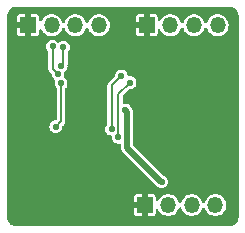
<source format=gbr>
%TF.GenerationSoftware,KiCad,Pcbnew,7.0.7*%
%TF.CreationDate,2023-08-27T10:12:23+07:00*%
%TF.ProjectId,TinyUSBHub,54696e79-5553-4424-9875-622e6b696361,rev?*%
%TF.SameCoordinates,Original*%
%TF.FileFunction,Copper,L2,Bot*%
%TF.FilePolarity,Positive*%
%FSLAX46Y46*%
G04 Gerber Fmt 4.6, Leading zero omitted, Abs format (unit mm)*
G04 Created by KiCad (PCBNEW 7.0.7) date 2023-08-27 10:12:23*
%MOMM*%
%LPD*%
G01*
G04 APERTURE LIST*
%TA.AperFunction,ComponentPad*%
%ADD10R,1.350000X1.350000*%
%TD*%
%TA.AperFunction,ComponentPad*%
%ADD11O,1.350000X1.350000*%
%TD*%
%TA.AperFunction,ViaPad*%
%ADD12C,0.560000*%
%TD*%
%TA.AperFunction,Conductor*%
%ADD13C,0.500000*%
%TD*%
%TA.AperFunction,Conductor*%
%ADD14C,0.200000*%
%TD*%
G04 APERTURE END LIST*
D10*
%TO.P,J3,1,Pin_1*%
%TO.N,GND*%
X107525000Y-91350000D03*
D11*
%TO.P,J3,2,Pin_2*%
%TO.N,/D2+*%
X109525000Y-91350000D03*
%TO.P,J3,3,Pin_3*%
%TO.N,/D2-*%
X111525000Y-91350000D03*
%TO.P,J3,4,Pin_4*%
%TO.N,+5V*%
X113525000Y-91350000D03*
%TD*%
D10*
%TO.P,J2,1,Pin_1*%
%TO.N,GND*%
X117575000Y-91350000D03*
D11*
%TO.P,J2,2,Pin_2*%
%TO.N,/D1+*%
X119575000Y-91350000D03*
%TO.P,J2,3,Pin_3*%
%TO.N,/D1-*%
X121575000Y-91350000D03*
%TO.P,J2,4,Pin_4*%
%TO.N,+5V*%
X123575000Y-91350000D03*
%TD*%
D10*
%TO.P,J1,1,Pin_1*%
%TO.N,GND*%
X117400000Y-106575000D03*
D11*
%TO.P,J1,2,Pin_2*%
%TO.N,/D0+*%
X119400000Y-106575000D03*
%TO.P,J1,3,Pin_3*%
%TO.N,/D0-*%
X121400000Y-106575000D03*
%TO.P,J1,4,Pin_4*%
%TO.N,+5V*%
X123400000Y-106575000D03*
%TD*%
D12*
%TO.N,+5V*%
X118840000Y-104610000D03*
X115759000Y-98510000D03*
%TO.N,/D0-*%
X116175000Y-96204500D03*
X115179500Y-100850000D03*
%TO.N,/D0+*%
X115425000Y-95625000D03*
X114600000Y-100150000D03*
%TO.N,/D2-*%
X110340804Y-94804500D03*
X110525000Y-93200000D03*
%TO.N,/D2+*%
X110063526Y-95511075D03*
X109600000Y-93150000D03*
%TO.N,GND*%
X122841554Y-94086402D03*
X117754876Y-102545124D03*
X114325000Y-107200000D03*
X108138831Y-106328299D03*
X110350000Y-102775000D03*
X107400000Y-103350000D03*
X107400000Y-93475000D03*
%TO.N,Net-(U1-RREF)*%
X110325000Y-96275000D03*
X109880000Y-99930000D03*
%TD*%
D13*
%TO.N,+5V*%
X115759000Y-98510000D02*
X115909500Y-98660500D01*
X115909500Y-98660500D02*
X115909500Y-101732124D01*
X115909500Y-101732124D02*
X118787376Y-104610000D01*
X118787376Y-104610000D02*
X118840000Y-104610000D01*
D14*
%TO.N,Net-(U1-RREF)*%
X109880000Y-99930000D02*
X110325000Y-99485000D01*
X110325000Y-99485000D02*
X110325000Y-96275000D01*
%TO.N,/D2-*%
X110340804Y-94804500D02*
X110525000Y-94620304D01*
X110525000Y-94620304D02*
X110525000Y-93200000D01*
%TO.N,/D0-*%
X115179500Y-97200000D02*
X116175000Y-96204500D01*
X115179500Y-100850000D02*
X115179500Y-97200000D01*
%TO.N,/D0+*%
X114600000Y-100150000D02*
X114600000Y-96450000D01*
X114600000Y-96450000D02*
X115425000Y-95625000D01*
%TO.N,/D2+*%
X109600000Y-95047549D02*
X110063526Y-95511075D01*
X109600000Y-93150000D02*
X109600000Y-95047549D01*
%TD*%
%TA.AperFunction,Conductor*%
%TO.N,GND*%
G36*
X124553032Y-89775799D02*
G01*
X124604522Y-89780869D01*
X124693824Y-89789665D01*
X124717652Y-89794404D01*
X124844277Y-89832815D01*
X124866725Y-89842114D01*
X124983406Y-89904482D01*
X125003616Y-89917986D01*
X125105891Y-90001920D01*
X125123079Y-90019108D01*
X125207012Y-90121381D01*
X125220517Y-90141593D01*
X125282883Y-90258271D01*
X125292186Y-90280728D01*
X125330593Y-90407338D01*
X125335335Y-90431180D01*
X125349201Y-90571967D01*
X125349500Y-90578048D01*
X125349500Y-107571951D01*
X125349201Y-107578032D01*
X125335335Y-107718819D01*
X125330593Y-107742661D01*
X125292186Y-107869271D01*
X125282883Y-107891728D01*
X125220517Y-108008406D01*
X125207012Y-108028618D01*
X125123079Y-108130891D01*
X125105891Y-108148079D01*
X125003618Y-108232012D01*
X124983406Y-108245517D01*
X124866728Y-108307883D01*
X124844271Y-108317186D01*
X124717661Y-108355593D01*
X124693819Y-108360335D01*
X124553033Y-108374201D01*
X124546952Y-108374500D01*
X106553048Y-108374500D01*
X106546967Y-108374201D01*
X106406180Y-108360335D01*
X106382340Y-108355593D01*
X106255728Y-108317186D01*
X106233271Y-108307883D01*
X106116593Y-108245517D01*
X106096381Y-108232012D01*
X105994108Y-108148079D01*
X105976920Y-108130891D01*
X105892986Y-108028616D01*
X105879482Y-108008406D01*
X105817116Y-107891728D01*
X105807815Y-107869277D01*
X105769404Y-107742652D01*
X105764665Y-107718824D01*
X105750799Y-107578031D01*
X105750500Y-107571951D01*
X105750500Y-107274628D01*
X116475000Y-107274628D01*
X116489503Y-107347540D01*
X116489505Y-107347544D01*
X116544760Y-107430239D01*
X116627455Y-107485494D01*
X116627459Y-107485496D01*
X116700371Y-107499999D01*
X116700374Y-107500000D01*
X117150000Y-107500000D01*
X117150000Y-107085575D01*
X117169685Y-107018536D01*
X117222489Y-106972781D01*
X117291647Y-106962837D01*
X117293331Y-106963091D01*
X117325699Y-106968218D01*
X117368515Y-106975000D01*
X117368519Y-106975000D01*
X117431485Y-106975000D01*
X117474300Y-106968218D01*
X117506602Y-106963102D01*
X117575894Y-106972056D01*
X117629347Y-107017052D01*
X117649987Y-107083803D01*
X117650000Y-107085575D01*
X117650000Y-107500000D01*
X118099626Y-107500000D01*
X118099628Y-107499999D01*
X118172540Y-107485496D01*
X118172544Y-107485494D01*
X118255239Y-107430239D01*
X118310494Y-107347544D01*
X118310496Y-107347540D01*
X118324999Y-107274628D01*
X118325000Y-107274626D01*
X118325000Y-107026821D01*
X118344685Y-106959782D01*
X118397489Y-106914027D01*
X118466647Y-106904083D01*
X118530203Y-106933108D01*
X118556387Y-106964821D01*
X118560983Y-106972781D01*
X118647130Y-107121992D01*
X118692476Y-107172354D01*
X118777302Y-107266564D01*
X118777305Y-107266566D01*
X118777308Y-107266569D01*
X118888755Y-107347540D01*
X118934702Y-107380923D01*
X119002926Y-107411297D01*
X119112429Y-107460051D01*
X119302726Y-107500500D01*
X119497274Y-107500500D01*
X119687571Y-107460051D01*
X119865299Y-107380922D01*
X120022692Y-107266569D01*
X120152870Y-107121992D01*
X120250144Y-106953508D01*
X120282068Y-106855252D01*
X120321506Y-106797576D01*
X120385864Y-106770377D01*
X120454711Y-106782291D01*
X120506187Y-106829535D01*
X120517931Y-106855252D01*
X120549855Y-106953507D01*
X120549857Y-106953511D01*
X120592183Y-107026821D01*
X120647130Y-107121992D01*
X120692476Y-107172354D01*
X120777302Y-107266564D01*
X120777305Y-107266566D01*
X120777308Y-107266569D01*
X120888755Y-107347540D01*
X120934702Y-107380923D01*
X121002926Y-107411297D01*
X121112429Y-107460051D01*
X121302726Y-107500500D01*
X121497274Y-107500500D01*
X121687571Y-107460051D01*
X121865299Y-107380922D01*
X122022692Y-107266569D01*
X122152870Y-107121992D01*
X122250144Y-106953508D01*
X122282068Y-106855252D01*
X122321506Y-106797576D01*
X122385864Y-106770377D01*
X122454711Y-106782291D01*
X122506187Y-106829535D01*
X122517931Y-106855252D01*
X122549855Y-106953507D01*
X122549857Y-106953511D01*
X122592183Y-107026821D01*
X122647130Y-107121992D01*
X122692476Y-107172354D01*
X122777302Y-107266564D01*
X122777305Y-107266566D01*
X122777308Y-107266569D01*
X122888755Y-107347540D01*
X122934702Y-107380923D01*
X123002926Y-107411297D01*
X123112429Y-107460051D01*
X123302726Y-107500500D01*
X123497274Y-107500500D01*
X123687571Y-107460051D01*
X123865299Y-107380922D01*
X124022692Y-107266569D01*
X124152870Y-107121992D01*
X124250144Y-106953508D01*
X124310262Y-106768482D01*
X124330598Y-106575000D01*
X124310262Y-106381518D01*
X124250144Y-106196492D01*
X124250143Y-106196491D01*
X124250143Y-106196489D01*
X124250142Y-106196488D01*
X124207816Y-106123178D01*
X124152870Y-106028008D01*
X124101882Y-105971381D01*
X124022697Y-105883435D01*
X124022694Y-105883433D01*
X124022693Y-105883432D01*
X124022692Y-105883431D01*
X123911244Y-105802459D01*
X123865297Y-105769076D01*
X123728848Y-105708326D01*
X123687571Y-105689949D01*
X123687569Y-105689948D01*
X123497274Y-105649500D01*
X123302726Y-105649500D01*
X123112431Y-105689948D01*
X122934702Y-105769076D01*
X122777305Y-105883433D01*
X122777302Y-105883435D01*
X122647129Y-106028009D01*
X122549857Y-106196488D01*
X122549856Y-106196489D01*
X122517931Y-106294748D01*
X122478494Y-106352423D01*
X122414135Y-106379622D01*
X122345289Y-106367708D01*
X122293813Y-106320464D01*
X122282069Y-106294748D01*
X122250143Y-106196489D01*
X122250142Y-106196488D01*
X122207816Y-106123178D01*
X122152870Y-106028008D01*
X122101882Y-105971381D01*
X122022697Y-105883435D01*
X122022694Y-105883433D01*
X122022693Y-105883432D01*
X122022692Y-105883431D01*
X121911244Y-105802459D01*
X121865297Y-105769076D01*
X121728848Y-105708326D01*
X121687571Y-105689949D01*
X121687569Y-105689948D01*
X121497274Y-105649500D01*
X121302726Y-105649500D01*
X121112431Y-105689948D01*
X120934702Y-105769076D01*
X120777305Y-105883433D01*
X120777302Y-105883435D01*
X120647129Y-106028009D01*
X120549857Y-106196488D01*
X120549856Y-106196489D01*
X120517931Y-106294748D01*
X120478494Y-106352423D01*
X120414135Y-106379622D01*
X120345289Y-106367708D01*
X120293813Y-106320464D01*
X120282069Y-106294748D01*
X120250143Y-106196489D01*
X120250142Y-106196488D01*
X120207816Y-106123178D01*
X120152870Y-106028008D01*
X120101882Y-105971381D01*
X120022697Y-105883435D01*
X120022694Y-105883433D01*
X120022693Y-105883432D01*
X120022692Y-105883431D01*
X119911244Y-105802459D01*
X119865297Y-105769076D01*
X119728848Y-105708326D01*
X119687571Y-105689949D01*
X119687569Y-105689948D01*
X119497274Y-105649500D01*
X119302726Y-105649500D01*
X119112431Y-105689948D01*
X118934702Y-105769076D01*
X118777305Y-105883433D01*
X118777302Y-105883435D01*
X118647128Y-106028009D01*
X118556387Y-106185178D01*
X118505820Y-106233394D01*
X118437213Y-106246616D01*
X118372348Y-106220648D01*
X118331820Y-106163734D01*
X118325000Y-106123178D01*
X118325000Y-105875373D01*
X118324999Y-105875371D01*
X118310496Y-105802459D01*
X118310494Y-105802455D01*
X118255239Y-105719760D01*
X118172544Y-105664505D01*
X118172540Y-105664503D01*
X118099627Y-105650000D01*
X117650000Y-105650000D01*
X117650000Y-106064424D01*
X117630315Y-106131463D01*
X117577511Y-106177218D01*
X117508353Y-106187162D01*
X117506602Y-106186897D01*
X117431486Y-106175000D01*
X117431481Y-106175000D01*
X117368519Y-106175000D01*
X117368514Y-106175000D01*
X117293398Y-106186897D01*
X117224104Y-106177942D01*
X117170652Y-106132946D01*
X117150013Y-106066194D01*
X117150000Y-106064424D01*
X117150000Y-105650000D01*
X116700373Y-105650000D01*
X116627459Y-105664503D01*
X116627455Y-105664505D01*
X116544760Y-105719760D01*
X116489505Y-105802455D01*
X116489503Y-105802459D01*
X116475000Y-105875371D01*
X116475000Y-106325000D01*
X116889424Y-106325000D01*
X116956463Y-106344685D01*
X117002218Y-106397489D01*
X117012162Y-106466647D01*
X117011897Y-106468397D01*
X116995014Y-106574996D01*
X116995014Y-106575003D01*
X117011897Y-106681603D01*
X117002942Y-106750896D01*
X116957946Y-106804348D01*
X116891194Y-106824987D01*
X116889424Y-106825000D01*
X116475000Y-106825000D01*
X116475000Y-107274628D01*
X105750500Y-107274628D01*
X105750500Y-93150001D01*
X109064922Y-93150001D01*
X109083153Y-93288486D01*
X109083154Y-93288488D01*
X109136609Y-93417539D01*
X109221643Y-93528357D01*
X109221645Y-93528358D01*
X109223876Y-93531266D01*
X109249070Y-93596435D01*
X109249500Y-93606753D01*
X109249500Y-94998337D01*
X109246861Y-95023781D01*
X109244957Y-95032860D01*
X109244957Y-95032866D01*
X109249023Y-95065486D01*
X109249500Y-95073163D01*
X109249500Y-95076587D01*
X109253087Y-95098090D01*
X109259427Y-95148942D01*
X109261520Y-95155975D01*
X109263908Y-95162930D01*
X109288295Y-95207993D01*
X109310801Y-95254032D01*
X109315065Y-95260004D01*
X109319580Y-95265805D01*
X109357276Y-95300508D01*
X109492710Y-95435940D01*
X109526195Y-95497263D01*
X109527968Y-95507436D01*
X109536671Y-95573538D01*
X109546680Y-95649563D01*
X109600135Y-95778614D01*
X109685169Y-95889432D01*
X109685170Y-95889433D01*
X109708161Y-95907074D01*
X109780667Y-95962710D01*
X109821869Y-96019137D01*
X109826024Y-96088883D01*
X109819742Y-96108536D01*
X109808154Y-96136512D01*
X109808153Y-96136513D01*
X109789922Y-96274998D01*
X109789922Y-96275001D01*
X109808153Y-96413486D01*
X109808154Y-96413488D01*
X109861607Y-96542536D01*
X109861609Y-96542539D01*
X109948874Y-96656265D01*
X109974068Y-96721434D01*
X109974498Y-96731751D01*
X109974498Y-99273735D01*
X109954813Y-99340774D01*
X109902009Y-99386529D01*
X109866684Y-99396674D01*
X109755380Y-99411328D01*
X109741512Y-99413154D01*
X109741511Y-99413154D01*
X109612464Y-99466607D01*
X109501643Y-99551643D01*
X109416607Y-99662464D01*
X109363154Y-99791511D01*
X109363153Y-99791513D01*
X109344922Y-99929998D01*
X109344922Y-99930001D01*
X109363153Y-100068486D01*
X109363154Y-100068488D01*
X109396917Y-100150000D01*
X109416609Y-100197539D01*
X109501643Y-100308357D01*
X109612461Y-100393391D01*
X109741512Y-100446846D01*
X109810756Y-100455962D01*
X109879999Y-100465078D01*
X109880000Y-100465078D01*
X109880001Y-100465078D01*
X109926162Y-100459000D01*
X110018488Y-100446846D01*
X110147539Y-100393391D01*
X110258357Y-100308357D01*
X110343391Y-100197539D01*
X110363082Y-100150001D01*
X114064922Y-100150001D01*
X114083153Y-100288486D01*
X114083154Y-100288488D01*
X114126606Y-100393391D01*
X114136609Y-100417539D01*
X114221643Y-100528357D01*
X114332461Y-100613391D01*
X114461512Y-100666846D01*
X114542068Y-100677451D01*
X114605965Y-100705717D01*
X114644436Y-100764042D01*
X114648822Y-100816574D01*
X114644422Y-100849997D01*
X114644422Y-100850001D01*
X114662653Y-100988486D01*
X114662654Y-100988488D01*
X114716109Y-101117539D01*
X114801143Y-101228357D01*
X114911961Y-101313391D01*
X115041012Y-101366846D01*
X115090180Y-101373319D01*
X115179499Y-101385078D01*
X115179500Y-101385078D01*
X115268816Y-101373319D01*
X115337849Y-101384084D01*
X115390105Y-101430464D01*
X115409000Y-101496258D01*
X115409000Y-101664982D01*
X115406167Y-101691330D01*
X115405141Y-101696051D01*
X115405141Y-101696053D01*
X115405141Y-101696054D01*
X115408842Y-101747793D01*
X115409000Y-101752218D01*
X115409000Y-101767923D01*
X115411234Y-101783467D01*
X115411707Y-101787864D01*
X115415409Y-101839609D01*
X115417093Y-101844124D01*
X115423648Y-101869806D01*
X115424334Y-101874579D01*
X115424335Y-101874581D01*
X115445883Y-101921766D01*
X115447571Y-101925840D01*
X115465703Y-101974453D01*
X115468596Y-101978318D01*
X115482117Y-102001107D01*
X115484119Y-102005491D01*
X115484122Y-102005495D01*
X115484123Y-102005497D01*
X115518098Y-102044707D01*
X115520862Y-102048137D01*
X115530275Y-102060712D01*
X115530282Y-102060720D01*
X115541386Y-102071824D01*
X115544396Y-102075056D01*
X115572310Y-102107271D01*
X115578371Y-102114266D01*
X115578374Y-102114269D01*
X115582428Y-102116874D01*
X115603071Y-102133509D01*
X118385990Y-104916427D01*
X118402626Y-104937071D01*
X118405233Y-104941128D01*
X118444439Y-104975100D01*
X118447680Y-104978117D01*
X118458783Y-104989220D01*
X118458786Y-104989222D01*
X118458788Y-104989224D01*
X118471346Y-104998625D01*
X118474794Y-105001403D01*
X118513999Y-105035374D01*
X118514001Y-105035375D01*
X118514003Y-105035377D01*
X118518385Y-105037378D01*
X118541182Y-105050905D01*
X118547108Y-105055341D01*
X118559190Y-105063208D01*
X118572461Y-105073391D01*
X118701512Y-105126846D01*
X118770756Y-105135962D01*
X118839999Y-105145078D01*
X118840000Y-105145078D01*
X118840001Y-105145078D01*
X118886162Y-105139000D01*
X118978488Y-105126846D01*
X119107539Y-105073391D01*
X119218357Y-104988357D01*
X119303391Y-104877539D01*
X119356846Y-104748488D01*
X119375078Y-104610000D01*
X119356846Y-104471512D01*
X119303391Y-104342461D01*
X119218357Y-104231643D01*
X119107539Y-104146609D01*
X119107535Y-104146607D01*
X119001027Y-104102490D01*
X118960799Y-104075610D01*
X116446319Y-101561129D01*
X116412834Y-101499806D01*
X116410000Y-101473448D01*
X116410000Y-98727643D01*
X116412834Y-98701285D01*
X116413859Y-98696573D01*
X116410158Y-98644829D01*
X116410000Y-98640404D01*
X116410000Y-98624701D01*
X116407764Y-98609157D01*
X116407291Y-98604754D01*
X116403591Y-98553017D01*
X116401907Y-98548502D01*
X116395350Y-98522812D01*
X116394665Y-98518043D01*
X116373112Y-98470851D01*
X116371432Y-98466795D01*
X116353296Y-98418169D01*
X116350405Y-98414307D01*
X116336879Y-98391510D01*
X116334877Y-98387127D01*
X116327356Y-98378447D01*
X116300911Y-98347927D01*
X116298133Y-98344479D01*
X116288729Y-98331917D01*
X116288724Y-98331912D01*
X116288721Y-98331907D01*
X116277597Y-98320783D01*
X116274602Y-98317566D01*
X116247333Y-98286095D01*
X116226483Y-98252340D01*
X116222391Y-98242461D01*
X116222391Y-98242460D01*
X116172276Y-98177151D01*
X116137357Y-98131643D01*
X116026539Y-98046609D01*
X116026535Y-98046607D01*
X115897488Y-97993154D01*
X115897486Y-97993153D01*
X115759001Y-97974922D01*
X115758997Y-97974922D01*
X115670183Y-97986614D01*
X115601148Y-97975848D01*
X115548893Y-97929468D01*
X115529999Y-97863675D01*
X115529999Y-97396540D01*
X115549684Y-97329505D01*
X115566314Y-97308867D01*
X116099867Y-96775313D01*
X116161188Y-96741830D01*
X116171361Y-96740057D01*
X116174999Y-96739577D01*
X116175000Y-96739578D01*
X116313488Y-96721346D01*
X116442539Y-96667891D01*
X116553357Y-96582857D01*
X116638391Y-96472039D01*
X116691846Y-96342988D01*
X116707683Y-96222693D01*
X116710078Y-96204501D01*
X116710078Y-96204498D01*
X116691846Y-96066013D01*
X116691846Y-96066012D01*
X116638391Y-95936961D01*
X116553357Y-95826143D01*
X116442539Y-95741109D01*
X116442535Y-95741107D01*
X116313488Y-95687654D01*
X116313486Y-95687653D01*
X116175001Y-95669422D01*
X116174997Y-95669422D01*
X116092426Y-95680292D01*
X116023391Y-95669526D01*
X115971136Y-95623145D01*
X115953303Y-95573538D01*
X115941846Y-95486513D01*
X115941846Y-95486512D01*
X115888391Y-95357461D01*
X115803357Y-95246643D01*
X115692539Y-95161609D01*
X115692535Y-95161607D01*
X115563488Y-95108154D01*
X115563486Y-95108153D01*
X115425001Y-95089922D01*
X115424999Y-95089922D01*
X115286513Y-95108153D01*
X115286511Y-95108154D01*
X115157464Y-95161607D01*
X115157461Y-95161608D01*
X115157461Y-95161609D01*
X115046643Y-95246643D01*
X115036946Y-95259281D01*
X114961607Y-95357464D01*
X114908154Y-95486511D01*
X114908153Y-95486513D01*
X114889443Y-95628635D01*
X114861176Y-95692532D01*
X114854185Y-95700131D01*
X114386955Y-96167361D01*
X114367106Y-96183482D01*
X114359331Y-96188562D01*
X114339143Y-96214498D01*
X114334067Y-96220248D01*
X114331634Y-96222681D01*
X114331623Y-96222694D01*
X114318954Y-96240438D01*
X114287483Y-96280872D01*
X114283975Y-96287353D01*
X114280760Y-96293932D01*
X114266138Y-96343045D01*
X114249498Y-96391516D01*
X114248294Y-96398733D01*
X114247382Y-96406046D01*
X114249500Y-96457230D01*
X114249500Y-99693247D01*
X114229815Y-99760286D01*
X114223876Y-99768734D01*
X114221645Y-99771641D01*
X114221643Y-99771643D01*
X114136609Y-99882461D01*
X114136607Y-99882464D01*
X114083154Y-100011511D01*
X114083153Y-100011513D01*
X114064922Y-100149998D01*
X114064922Y-100150001D01*
X110363082Y-100150001D01*
X110396846Y-100068488D01*
X110415078Y-99930000D01*
X110415078Y-99929998D01*
X110415557Y-99926361D01*
X110443823Y-99862464D01*
X110450803Y-99854877D01*
X110538046Y-99767634D01*
X110557902Y-99751511D01*
X110565669Y-99746437D01*
X110585873Y-99720477D01*
X110590941Y-99714739D01*
X110593375Y-99712307D01*
X110606044Y-99694561D01*
X110637517Y-99654126D01*
X110637518Y-99654120D01*
X110641017Y-99647655D01*
X110644235Y-99641072D01*
X110644240Y-99641066D01*
X110658861Y-99591954D01*
X110675500Y-99543488D01*
X110675500Y-99543479D01*
X110676706Y-99536256D01*
X110677617Y-99528952D01*
X110675500Y-99477770D01*
X110675500Y-96731753D01*
X110695185Y-96664714D01*
X110701124Y-96656266D01*
X110703354Y-96653358D01*
X110703357Y-96653357D01*
X110788391Y-96542539D01*
X110841846Y-96413488D01*
X110860078Y-96275000D01*
X110841846Y-96136512D01*
X110788391Y-96007461D01*
X110703357Y-95896643D01*
X110703355Y-95896642D01*
X110703355Y-95896641D01*
X110657372Y-95861357D01*
X110607858Y-95823363D01*
X110566656Y-95766937D01*
X110562501Y-95697191D01*
X110568781Y-95677544D01*
X110580372Y-95649563D01*
X110598604Y-95511075D01*
X110580372Y-95372587D01*
X110580370Y-95372582D01*
X110579763Y-95367970D01*
X110590528Y-95298935D01*
X110627213Y-95253411D01*
X110719161Y-95182857D01*
X110804195Y-95072039D01*
X110857650Y-94942988D01*
X110875882Y-94804500D01*
X110867616Y-94741719D01*
X110873277Y-94685264D01*
X110875500Y-94678792D01*
X110875500Y-94678784D01*
X110876706Y-94671555D01*
X110877617Y-94664256D01*
X110875499Y-94613074D01*
X110875499Y-93656755D01*
X110895184Y-93589716D01*
X110901123Y-93581269D01*
X110939491Y-93531266D01*
X110988391Y-93467539D01*
X111041846Y-93338488D01*
X111060078Y-93200000D01*
X111053495Y-93150000D01*
X111041846Y-93061513D01*
X111041846Y-93061512D01*
X110988391Y-92932461D01*
X110903357Y-92821643D01*
X110792539Y-92736609D01*
X110792535Y-92736607D01*
X110663488Y-92683154D01*
X110663486Y-92683153D01*
X110525001Y-92664922D01*
X110524999Y-92664922D01*
X110386513Y-92683153D01*
X110386511Y-92683154D01*
X110257463Y-92736607D01*
X110257460Y-92736609D01*
X110163245Y-92808903D01*
X110098076Y-92834097D01*
X110029631Y-92820058D01*
X109989384Y-92786014D01*
X109978357Y-92771643D01*
X109867539Y-92686609D01*
X109867535Y-92686607D01*
X109738488Y-92633154D01*
X109738486Y-92633153D01*
X109600001Y-92614922D01*
X109599999Y-92614922D01*
X109461513Y-92633153D01*
X109461511Y-92633154D01*
X109332464Y-92686607D01*
X109332461Y-92686608D01*
X109332461Y-92686609D01*
X109221643Y-92771643D01*
X109183277Y-92821643D01*
X109136607Y-92882464D01*
X109083154Y-93011511D01*
X109083153Y-93011513D01*
X109064922Y-93149998D01*
X109064922Y-93150001D01*
X105750500Y-93150001D01*
X105750500Y-92049628D01*
X106600000Y-92049628D01*
X106614503Y-92122540D01*
X106614505Y-92122544D01*
X106669760Y-92205239D01*
X106752455Y-92260494D01*
X106752459Y-92260496D01*
X106825371Y-92274999D01*
X106825374Y-92275000D01*
X107275000Y-92275000D01*
X107275000Y-91860575D01*
X107294685Y-91793536D01*
X107347489Y-91747781D01*
X107416647Y-91737837D01*
X107418331Y-91738091D01*
X107450699Y-91743218D01*
X107493515Y-91750000D01*
X107493519Y-91750000D01*
X107556485Y-91750000D01*
X107599300Y-91743218D01*
X107631602Y-91738102D01*
X107700894Y-91747056D01*
X107754347Y-91792052D01*
X107774987Y-91858803D01*
X107775000Y-91860575D01*
X107775000Y-92275000D01*
X108224626Y-92275000D01*
X108224628Y-92274999D01*
X108297540Y-92260496D01*
X108297544Y-92260494D01*
X108380239Y-92205239D01*
X108435494Y-92122544D01*
X108435496Y-92122540D01*
X108449999Y-92049628D01*
X108450000Y-92049626D01*
X108450000Y-91801821D01*
X108469685Y-91734782D01*
X108522489Y-91689027D01*
X108591647Y-91679083D01*
X108655203Y-91708108D01*
X108681387Y-91739821D01*
X108685983Y-91747781D01*
X108772130Y-91896992D01*
X108817476Y-91947354D01*
X108902302Y-92041564D01*
X108902305Y-92041566D01*
X108902308Y-92041569D01*
X109013755Y-92122540D01*
X109059702Y-92155923D01*
X109127926Y-92186297D01*
X109237429Y-92235051D01*
X109427726Y-92275500D01*
X109622274Y-92275500D01*
X109812571Y-92235051D01*
X109990299Y-92155922D01*
X110147692Y-92041569D01*
X110277870Y-91896992D01*
X110375144Y-91728508D01*
X110407068Y-91630252D01*
X110446506Y-91572576D01*
X110510864Y-91545377D01*
X110579711Y-91557291D01*
X110631187Y-91604535D01*
X110642931Y-91630252D01*
X110674855Y-91728507D01*
X110674857Y-91728511D01*
X110717183Y-91801821D01*
X110772130Y-91896992D01*
X110817476Y-91947354D01*
X110902302Y-92041564D01*
X110902305Y-92041566D01*
X110902308Y-92041569D01*
X111013755Y-92122540D01*
X111059702Y-92155923D01*
X111127926Y-92186297D01*
X111237429Y-92235051D01*
X111427726Y-92275500D01*
X111622274Y-92275500D01*
X111812571Y-92235051D01*
X111990299Y-92155922D01*
X112147692Y-92041569D01*
X112277870Y-91896992D01*
X112375144Y-91728508D01*
X112407068Y-91630252D01*
X112446506Y-91572576D01*
X112510864Y-91545377D01*
X112579711Y-91557291D01*
X112631187Y-91604535D01*
X112642931Y-91630252D01*
X112674855Y-91728507D01*
X112674857Y-91728511D01*
X112717183Y-91801821D01*
X112772130Y-91896992D01*
X112817476Y-91947354D01*
X112902302Y-92041564D01*
X112902305Y-92041566D01*
X112902308Y-92041569D01*
X113013755Y-92122540D01*
X113059702Y-92155923D01*
X113127926Y-92186297D01*
X113237429Y-92235051D01*
X113427726Y-92275500D01*
X113622274Y-92275500D01*
X113812571Y-92235051D01*
X113990299Y-92155922D01*
X114136600Y-92049628D01*
X116650000Y-92049628D01*
X116664503Y-92122540D01*
X116664505Y-92122544D01*
X116719760Y-92205239D01*
X116802455Y-92260494D01*
X116802459Y-92260496D01*
X116875371Y-92274999D01*
X116875374Y-92275000D01*
X117325000Y-92275000D01*
X117325000Y-91860575D01*
X117344685Y-91793536D01*
X117397489Y-91747781D01*
X117466647Y-91737837D01*
X117468331Y-91738091D01*
X117500699Y-91743218D01*
X117543515Y-91750000D01*
X117543519Y-91750000D01*
X117606485Y-91750000D01*
X117649300Y-91743218D01*
X117681602Y-91738102D01*
X117750894Y-91747056D01*
X117804347Y-91792052D01*
X117824987Y-91858803D01*
X117825000Y-91860575D01*
X117825000Y-92275000D01*
X118274626Y-92275000D01*
X118274628Y-92274999D01*
X118347540Y-92260496D01*
X118347544Y-92260494D01*
X118430239Y-92205239D01*
X118485494Y-92122544D01*
X118485496Y-92122540D01*
X118499999Y-92049628D01*
X118500000Y-92049626D01*
X118500000Y-91801821D01*
X118519685Y-91734782D01*
X118572489Y-91689027D01*
X118641647Y-91679083D01*
X118705203Y-91708108D01*
X118731387Y-91739821D01*
X118735983Y-91747781D01*
X118822130Y-91896992D01*
X118867476Y-91947354D01*
X118952302Y-92041564D01*
X118952305Y-92041566D01*
X118952308Y-92041569D01*
X119063755Y-92122540D01*
X119109702Y-92155923D01*
X119177926Y-92186297D01*
X119287429Y-92235051D01*
X119477726Y-92275500D01*
X119672274Y-92275500D01*
X119862571Y-92235051D01*
X120040299Y-92155922D01*
X120197692Y-92041569D01*
X120327870Y-91896992D01*
X120425144Y-91728508D01*
X120457068Y-91630252D01*
X120496506Y-91572576D01*
X120560864Y-91545377D01*
X120629711Y-91557291D01*
X120681187Y-91604535D01*
X120692931Y-91630252D01*
X120724855Y-91728507D01*
X120724857Y-91728511D01*
X120767183Y-91801821D01*
X120822130Y-91896992D01*
X120867476Y-91947354D01*
X120952302Y-92041564D01*
X120952305Y-92041566D01*
X120952308Y-92041569D01*
X121063755Y-92122540D01*
X121109702Y-92155923D01*
X121177926Y-92186297D01*
X121287429Y-92235051D01*
X121477726Y-92275500D01*
X121672274Y-92275500D01*
X121862571Y-92235051D01*
X122040299Y-92155922D01*
X122197692Y-92041569D01*
X122327870Y-91896992D01*
X122425144Y-91728508D01*
X122457068Y-91630252D01*
X122496506Y-91572576D01*
X122560864Y-91545377D01*
X122629711Y-91557291D01*
X122681187Y-91604535D01*
X122692931Y-91630252D01*
X122724855Y-91728507D01*
X122724857Y-91728511D01*
X122767183Y-91801821D01*
X122822130Y-91896992D01*
X122867476Y-91947354D01*
X122952302Y-92041564D01*
X122952305Y-92041566D01*
X122952308Y-92041569D01*
X123063755Y-92122540D01*
X123109702Y-92155923D01*
X123177926Y-92186297D01*
X123287429Y-92235051D01*
X123477726Y-92275500D01*
X123672274Y-92275500D01*
X123862571Y-92235051D01*
X124040299Y-92155922D01*
X124197692Y-92041569D01*
X124327870Y-91896992D01*
X124425144Y-91728508D01*
X124485262Y-91543482D01*
X124505598Y-91350000D01*
X124485262Y-91156518D01*
X124425144Y-90971492D01*
X124425143Y-90971491D01*
X124425143Y-90971489D01*
X124425142Y-90971488D01*
X124382816Y-90898178D01*
X124327870Y-90803008D01*
X124276882Y-90746381D01*
X124197697Y-90658435D01*
X124197694Y-90658433D01*
X124197693Y-90658432D01*
X124197692Y-90658431D01*
X124087055Y-90578048D01*
X124040297Y-90544076D01*
X123897542Y-90480519D01*
X123862571Y-90464949D01*
X123862569Y-90464948D01*
X123672274Y-90424500D01*
X123477726Y-90424500D01*
X123287431Y-90464948D01*
X123109702Y-90544076D01*
X122952305Y-90658433D01*
X122952302Y-90658435D01*
X122822129Y-90803009D01*
X122724857Y-90971488D01*
X122724856Y-90971489D01*
X122692931Y-91069748D01*
X122653494Y-91127423D01*
X122589135Y-91154622D01*
X122520289Y-91142708D01*
X122468813Y-91095464D01*
X122457069Y-91069748D01*
X122425143Y-90971489D01*
X122425142Y-90971488D01*
X122382816Y-90898178D01*
X122327870Y-90803008D01*
X122276882Y-90746381D01*
X122197697Y-90658435D01*
X122197694Y-90658433D01*
X122197693Y-90658432D01*
X122197692Y-90658431D01*
X122087055Y-90578048D01*
X122040297Y-90544076D01*
X121897542Y-90480519D01*
X121862571Y-90464949D01*
X121862569Y-90464948D01*
X121672274Y-90424500D01*
X121477726Y-90424500D01*
X121287431Y-90464948D01*
X121109702Y-90544076D01*
X120952305Y-90658433D01*
X120952302Y-90658435D01*
X120822129Y-90803009D01*
X120724857Y-90971488D01*
X120724856Y-90971489D01*
X120692931Y-91069748D01*
X120653494Y-91127423D01*
X120589135Y-91154622D01*
X120520289Y-91142708D01*
X120468813Y-91095464D01*
X120457069Y-91069748D01*
X120425143Y-90971489D01*
X120425142Y-90971488D01*
X120382816Y-90898178D01*
X120327870Y-90803008D01*
X120276882Y-90746381D01*
X120197697Y-90658435D01*
X120197694Y-90658433D01*
X120197693Y-90658432D01*
X120197692Y-90658431D01*
X120087055Y-90578048D01*
X120040297Y-90544076D01*
X119897542Y-90480519D01*
X119862571Y-90464949D01*
X119862569Y-90464948D01*
X119672274Y-90424500D01*
X119477726Y-90424500D01*
X119287431Y-90464948D01*
X119109702Y-90544076D01*
X118952305Y-90658433D01*
X118952302Y-90658435D01*
X118822128Y-90803009D01*
X118731387Y-90960178D01*
X118680820Y-91008394D01*
X118612213Y-91021616D01*
X118547348Y-90995648D01*
X118506820Y-90938734D01*
X118500000Y-90898178D01*
X118500000Y-90650373D01*
X118499999Y-90650371D01*
X118485496Y-90577459D01*
X118485494Y-90577455D01*
X118430239Y-90494760D01*
X118347544Y-90439505D01*
X118347540Y-90439503D01*
X118274627Y-90425000D01*
X117825000Y-90425000D01*
X117825000Y-90839424D01*
X117805315Y-90906463D01*
X117752511Y-90952218D01*
X117683353Y-90962162D01*
X117681602Y-90961897D01*
X117606486Y-90950000D01*
X117606481Y-90950000D01*
X117543519Y-90950000D01*
X117543514Y-90950000D01*
X117468398Y-90961897D01*
X117399104Y-90952942D01*
X117345652Y-90907946D01*
X117325013Y-90841194D01*
X117325000Y-90839424D01*
X117325000Y-90425000D01*
X116875373Y-90425000D01*
X116802459Y-90439503D01*
X116802455Y-90439505D01*
X116719760Y-90494760D01*
X116664505Y-90577455D01*
X116664503Y-90577459D01*
X116650000Y-90650371D01*
X116650000Y-91100000D01*
X117064424Y-91100000D01*
X117131463Y-91119685D01*
X117177218Y-91172489D01*
X117187162Y-91241647D01*
X117186897Y-91243397D01*
X117170014Y-91349996D01*
X117170014Y-91350003D01*
X117186897Y-91456603D01*
X117177942Y-91525896D01*
X117132946Y-91579348D01*
X117066194Y-91599987D01*
X117064424Y-91600000D01*
X116650000Y-91600000D01*
X116650000Y-92049628D01*
X114136600Y-92049628D01*
X114147692Y-92041569D01*
X114277870Y-91896992D01*
X114375144Y-91728508D01*
X114435262Y-91543482D01*
X114455598Y-91350000D01*
X114435262Y-91156518D01*
X114375144Y-90971492D01*
X114375143Y-90971491D01*
X114375143Y-90971489D01*
X114375142Y-90971488D01*
X114332816Y-90898178D01*
X114277870Y-90803008D01*
X114226882Y-90746381D01*
X114147697Y-90658435D01*
X114147694Y-90658433D01*
X114147693Y-90658432D01*
X114147692Y-90658431D01*
X114037055Y-90578048D01*
X113990297Y-90544076D01*
X113847542Y-90480519D01*
X113812571Y-90464949D01*
X113812569Y-90464948D01*
X113622274Y-90424500D01*
X113427726Y-90424500D01*
X113237431Y-90464948D01*
X113059702Y-90544076D01*
X112902305Y-90658433D01*
X112902302Y-90658435D01*
X112772129Y-90803009D01*
X112674857Y-90971488D01*
X112674856Y-90971489D01*
X112642931Y-91069748D01*
X112603494Y-91127423D01*
X112539135Y-91154622D01*
X112470289Y-91142708D01*
X112418813Y-91095464D01*
X112407069Y-91069748D01*
X112375143Y-90971489D01*
X112375142Y-90971488D01*
X112332816Y-90898178D01*
X112277870Y-90803008D01*
X112226882Y-90746381D01*
X112147697Y-90658435D01*
X112147694Y-90658433D01*
X112147693Y-90658432D01*
X112147692Y-90658431D01*
X112037055Y-90578048D01*
X111990297Y-90544076D01*
X111847542Y-90480519D01*
X111812571Y-90464949D01*
X111812569Y-90464948D01*
X111622274Y-90424500D01*
X111427726Y-90424500D01*
X111237431Y-90464948D01*
X111059702Y-90544076D01*
X110902305Y-90658433D01*
X110902302Y-90658435D01*
X110772129Y-90803009D01*
X110674857Y-90971488D01*
X110642930Y-91069749D01*
X110603492Y-91127424D01*
X110539133Y-91154622D01*
X110470287Y-91142707D01*
X110418811Y-91095463D01*
X110407069Y-91069749D01*
X110375144Y-90971492D01*
X110369757Y-90962162D01*
X110332816Y-90898178D01*
X110277870Y-90803008D01*
X110226882Y-90746381D01*
X110147697Y-90658435D01*
X110147694Y-90658433D01*
X110147693Y-90658432D01*
X110147692Y-90658431D01*
X110037055Y-90578048D01*
X109990297Y-90544076D01*
X109847542Y-90480519D01*
X109812571Y-90464949D01*
X109812569Y-90464948D01*
X109622274Y-90424500D01*
X109427726Y-90424500D01*
X109237431Y-90464948D01*
X109059702Y-90544076D01*
X108902305Y-90658433D01*
X108902302Y-90658435D01*
X108772128Y-90803009D01*
X108681387Y-90960178D01*
X108630820Y-91008394D01*
X108562213Y-91021616D01*
X108497348Y-90995648D01*
X108456820Y-90938734D01*
X108450000Y-90898178D01*
X108450000Y-90650373D01*
X108449999Y-90650371D01*
X108435496Y-90577459D01*
X108435494Y-90577455D01*
X108380239Y-90494760D01*
X108297544Y-90439505D01*
X108297540Y-90439503D01*
X108224627Y-90425000D01*
X107775000Y-90425000D01*
X107775000Y-90839424D01*
X107755315Y-90906463D01*
X107702511Y-90952218D01*
X107633353Y-90962162D01*
X107631602Y-90961897D01*
X107556486Y-90950000D01*
X107556481Y-90950000D01*
X107493519Y-90950000D01*
X107493514Y-90950000D01*
X107418398Y-90961897D01*
X107349104Y-90952942D01*
X107295652Y-90907946D01*
X107275013Y-90841194D01*
X107275000Y-90839424D01*
X107275000Y-90425000D01*
X106825373Y-90425000D01*
X106752459Y-90439503D01*
X106752455Y-90439505D01*
X106669760Y-90494760D01*
X106614505Y-90577455D01*
X106614503Y-90577459D01*
X106600000Y-90650371D01*
X106600000Y-91100000D01*
X107014424Y-91100000D01*
X107081463Y-91119685D01*
X107127218Y-91172489D01*
X107137162Y-91241647D01*
X107136897Y-91243397D01*
X107120014Y-91349996D01*
X107120014Y-91350003D01*
X107136897Y-91456603D01*
X107127942Y-91525896D01*
X107082946Y-91579348D01*
X107016194Y-91599987D01*
X107014424Y-91600000D01*
X106600000Y-91600000D01*
X106600000Y-92049628D01*
X105750500Y-92049628D01*
X105750500Y-90578047D01*
X105750799Y-90571967D01*
X105759805Y-90480519D01*
X105764665Y-90431173D01*
X105769403Y-90407349D01*
X105807816Y-90280719D01*
X105817113Y-90258278D01*
X105879485Y-90141587D01*
X105892982Y-90121387D01*
X105976924Y-90019103D01*
X105994103Y-90001924D01*
X106096387Y-89917982D01*
X106116587Y-89904485D01*
X106233278Y-89842113D01*
X106255719Y-89832816D01*
X106382349Y-89794403D01*
X106406173Y-89789665D01*
X106499958Y-89780428D01*
X106546968Y-89775799D01*
X106553048Y-89775500D01*
X106589882Y-89775500D01*
X124510118Y-89775500D01*
X124546952Y-89775500D01*
X124553032Y-89775799D01*
G37*
%TD.AperFunction*%
%TD*%
M02*

</source>
